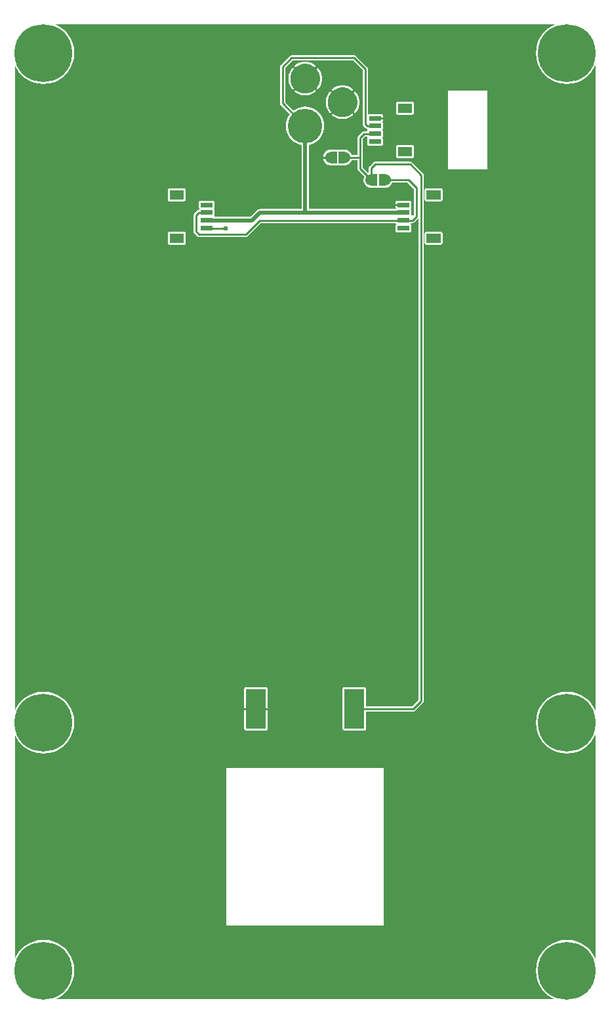
<source format=gbr>
G04 start of page 3 for group 1 idx 1 *
G04 Title: (unknown), bottom *
G04 Creator: pcb 4.0.2 *
G04 CreationDate: Wed Jun 16 02:35:33 2021 UTC *
G04 For: railfan *
G04 Format: Gerber/RS-274X *
G04 PCB-Dimensions (mil): 3000.00 5000.00 *
G04 PCB-Coordinate-Origin: lower left *
%MOIN*%
%FSLAX25Y25*%
%LNBOTTOM*%
%ADD32C,0.1250*%
%ADD31C,0.1100*%
%ADD30C,0.1285*%
%ADD29C,0.0120*%
%ADD28C,0.0240*%
%ADD27C,0.0600*%
%ADD26C,0.1750*%
%ADD25C,0.1500*%
%ADD24C,0.2937*%
%ADD23C,0.0100*%
%ADD22C,0.0200*%
%ADD21C,0.0001*%
G54D21*G36*
X157155Y472245D02*X157319Y471638D01*
X157435Y470988D01*
X157493Y470330D01*
Y469670D01*
X157435Y469012D01*
X157319Y468362D01*
X157155Y467755D01*
Y472245D01*
G37*
G36*
X169004Y426006D02*X169641Y426008D01*
X169900Y425988D01*
X170528Y426037D01*
X171140Y426184D01*
X171722Y426425D01*
X172258Y426754D01*
X172737Y427163D01*
X173146Y427642D01*
X173475Y428178D01*
X173691Y428700D01*
X176700D01*
Y424251D01*
X176696Y424200D01*
X176712Y423996D01*
X176712Y423996D01*
X176760Y423797D01*
X176838Y423608D01*
X176879Y423542D01*
X176945Y423434D01*
X176945Y423433D01*
X177078Y423278D01*
X177117Y423245D01*
X180100Y420261D01*
X179884Y419740D01*
X179737Y419128D01*
X179688Y418500D01*
X179737Y417872D01*
X179884Y417260D01*
X180125Y416678D01*
X180454Y416142D01*
X180863Y415663D01*
X181342Y415254D01*
X181878Y414925D01*
X182460Y414684D01*
X183072Y414537D01*
X183700Y414488D01*
X183863Y414500D01*
X186857Y414509D01*
X187010Y414546D01*
X187100Y414583D01*
X187190Y414546D01*
X187343Y414509D01*
X187500Y414500D01*
X190241Y414508D01*
X190500Y414488D01*
X191128Y414537D01*
X191740Y414684D01*
X192322Y414925D01*
X192858Y415254D01*
X193337Y415663D01*
X193746Y416142D01*
X194075Y416678D01*
X194291Y417200D01*
X201962D01*
X205200Y413962D01*
Y400538D01*
X205162Y400500D01*
X204010D01*
X204042Y400631D01*
X204051Y400788D01*
X204042Y403306D01*
X204005Y403459D01*
X203945Y403605D01*
X203863Y403739D01*
X203760Y403859D01*
X203669Y403937D01*
X203760Y404015D01*
X203863Y404135D01*
X203945Y404269D01*
X204005Y404415D01*
X204042Y404568D01*
X204051Y404725D01*
X204042Y407243D01*
X204005Y407396D01*
X203945Y407542D01*
X203863Y407676D01*
X203760Y407796D01*
X203641Y407898D01*
X203506Y407980D01*
X203361Y408040D01*
X203208Y408077D01*
X203051Y408087D01*
X196792Y408077D01*
X196639Y408040D01*
X196494Y407980D01*
X196359Y407898D01*
X196240Y407796D01*
X196137Y407676D01*
X196055Y407542D01*
X195995Y407396D01*
X195958Y407243D01*
X195949Y407087D01*
X195958Y404568D01*
X195995Y404415D01*
X196055Y404269D01*
X196137Y404135D01*
X196240Y404015D01*
X196331Y403937D01*
X196240Y403859D01*
X196163Y403769D01*
X169004D01*
Y426006D01*
G37*
G36*
X176155Y460245D02*X176319Y459638D01*
X176435Y458988D01*
X176493Y458330D01*
Y457670D01*
X176435Y457012D01*
X176319Y456362D01*
X176155Y455755D01*
Y460245D01*
G37*
G36*
X179200Y447051D02*X179196Y447000D01*
X179212Y446796D01*
X179212Y446796D01*
X179260Y446597D01*
X179338Y446408D01*
X179379Y446342D01*
X179445Y446234D01*
X179445Y446233D01*
X179578Y446078D01*
X179617Y446045D01*
X180576Y445085D01*
X180609Y445046D01*
X180765Y444914D01*
X180765Y444914D01*
X180873Y444847D01*
X180939Y444807D01*
X181129Y444728D01*
X181328Y444681D01*
X181328Y444681D01*
X181458Y444670D01*
X181458Y444631D01*
X181495Y444478D01*
X181555Y444332D01*
X181637Y444198D01*
X181740Y444078D01*
X181831Y444000D01*
X181740Y443922D01*
X181637Y443802D01*
X181555Y443668D01*
X181495Y443522D01*
X181458Y443369D01*
X181456Y443331D01*
X180082D01*
X180031Y443336D01*
X179828Y443319D01*
X179629Y443272D01*
X179439Y443193D01*
X179265Y443086D01*
X179265Y443086D01*
X179109Y442954D01*
X179076Y442915D01*
X177117Y440955D01*
X177078Y440922D01*
X176945Y440766D01*
X176838Y440592D01*
X176760Y440403D01*
X176712Y440204D01*
X176712Y440204D01*
X176696Y440000D01*
X176700Y439949D01*
Y431300D01*
X176155D01*
Y453396D01*
X176530Y454039D01*
X176849Y454716D01*
X177107Y455419D01*
X177303Y456142D01*
X177434Y456880D01*
X177500Y457626D01*
Y458374D01*
X177434Y459121D01*
X177303Y459858D01*
X177107Y460581D01*
X176849Y461284D01*
X176530Y461961D01*
X176155Y462604D01*
Y477507D01*
X179200Y474462D01*
Y447051D01*
G37*
G36*
X176155Y431300D02*X173691D01*
X173475Y431822D01*
X173146Y432358D01*
X172737Y432837D01*
X172258Y433246D01*
X171722Y433575D01*
X171140Y433816D01*
X170528Y433963D01*
X169900Y434012D01*
X169737Y434000D01*
X169004Y433997D01*
Y449500D01*
X169374D01*
X170120Y449566D01*
X170858Y449697D01*
X171581Y449893D01*
X172284Y450151D01*
X172961Y450470D01*
X173608Y450848D01*
X174219Y451281D01*
X174279Y451334D01*
X174328Y451396D01*
X174368Y451466D01*
X174396Y451540D01*
X174412Y451619D01*
X174416Y451698D01*
X174407Y451778D01*
X174386Y451855D01*
X174353Y451927D01*
X174309Y451994D01*
X174256Y452053D01*
X174193Y452103D01*
X174124Y452143D01*
X174049Y452171D01*
X173971Y452187D01*
X173891Y452191D01*
X173812Y452182D01*
X173735Y452161D01*
X173662Y452128D01*
X173596Y452083D01*
X173062Y451695D01*
X172492Y451362D01*
X171895Y451081D01*
X171275Y450853D01*
X170638Y450681D01*
X169988Y450565D01*
X169330Y450507D01*
X169004D01*
Y465493D01*
X169330D01*
X169988Y465435D01*
X170638Y465319D01*
X171275Y465147D01*
X171895Y464919D01*
X172492Y464638D01*
X173062Y464305D01*
X173601Y463923D01*
X173666Y463879D01*
X173737Y463846D01*
X173813Y463825D01*
X173891Y463817D01*
X173970Y463820D01*
X174047Y463836D01*
X174121Y463864D01*
X174189Y463903D01*
X174251Y463952D01*
X174304Y464010D01*
X174347Y464076D01*
X174379Y464148D01*
X174400Y464224D01*
X174409Y464302D01*
X174405Y464381D01*
X174389Y464458D01*
X174361Y464531D01*
X174322Y464600D01*
X174273Y464661D01*
X174214Y464713D01*
X173608Y465152D01*
X172961Y465530D01*
X172284Y465849D01*
X171581Y466107D01*
X170858Y466303D01*
X170120Y466434D01*
X169374Y466500D01*
X169004D01*
Y479200D01*
X174462D01*
X176155Y477507D01*
Y462604D01*
X176152Y462608D01*
X175719Y463219D01*
X175666Y463279D01*
X175604Y463328D01*
X175534Y463368D01*
X175460Y463396D01*
X175381Y463412D01*
X175302Y463416D01*
X175222Y463407D01*
X175145Y463386D01*
X175073Y463353D01*
X175006Y463309D01*
X174947Y463256D01*
X174897Y463193D01*
X174857Y463124D01*
X174829Y463049D01*
X174813Y462971D01*
X174809Y462891D01*
X174818Y462812D01*
X174839Y462735D01*
X174872Y462662D01*
X174917Y462596D01*
X175305Y462062D01*
X175638Y461492D01*
X175919Y460895D01*
X176147Y460275D01*
X176155Y460245D01*
Y455755D01*
X176147Y455725D01*
X175919Y455105D01*
X175638Y454508D01*
X175305Y453938D01*
X174923Y453399D01*
X174879Y453334D01*
X174846Y453263D01*
X174825Y453187D01*
X174817Y453109D01*
X174820Y453030D01*
X174836Y452953D01*
X174864Y452879D01*
X174903Y452811D01*
X174952Y452749D01*
X175010Y452696D01*
X175076Y452653D01*
X175148Y452621D01*
X175224Y452600D01*
X175302Y452591D01*
X175381Y452595D01*
X175458Y452611D01*
X175531Y452639D01*
X175600Y452678D01*
X175661Y452727D01*
X175713Y452786D01*
X176152Y453392D01*
X176155Y453396D01*
Y431300D01*
G37*
G36*
X161845Y426190D02*X161860Y426184D01*
X162472Y426037D01*
X163100Y425988D01*
X163263Y426000D01*
X166257Y426009D01*
X166410Y426046D01*
X166500Y426083D01*
X166590Y426046D01*
X166743Y426009D01*
X166900Y426000D01*
X169004Y426006D01*
Y403769D01*
X161845D01*
Y426190D01*
G37*
G36*
X169004Y433997D02*X166743Y433991D01*
X166590Y433954D01*
X166500Y433917D01*
X166410Y433954D01*
X166257Y433991D01*
X166100Y434000D01*
X163359Y433992D01*
X163100Y434012D01*
X162472Y433963D01*
X161860Y433816D01*
X161845Y433810D01*
Y453396D01*
X161848Y453392D01*
X162281Y452781D01*
X162334Y452721D01*
X162396Y452672D01*
X162466Y452632D01*
X162540Y452604D01*
X162619Y452588D01*
X162698Y452584D01*
X162778Y452593D01*
X162855Y452614D01*
X162927Y452647D01*
X162994Y452691D01*
X163053Y452744D01*
X163103Y452807D01*
X163143Y452876D01*
X163171Y452951D01*
X163187Y453029D01*
X163191Y453109D01*
X163182Y453188D01*
X163161Y453265D01*
X163128Y453338D01*
X163083Y453404D01*
X162695Y453938D01*
X162362Y454508D01*
X162081Y455105D01*
X161853Y455725D01*
X161845Y455755D01*
Y460245D01*
X161853Y460275D01*
X162081Y460895D01*
X162362Y461492D01*
X162695Y462062D01*
X163077Y462601D01*
X163121Y462666D01*
X163154Y462737D01*
X163175Y462813D01*
X163183Y462891D01*
X163180Y462970D01*
X163164Y463047D01*
X163136Y463121D01*
X163097Y463189D01*
X163048Y463251D01*
X162990Y463304D01*
X162924Y463347D01*
X162852Y463379D01*
X162776Y463400D01*
X162698Y463409D01*
X162619Y463405D01*
X162542Y463389D01*
X162469Y463361D01*
X162400Y463322D01*
X162339Y463273D01*
X162287Y463214D01*
X161848Y462608D01*
X161845Y462604D01*
Y479200D01*
X169004D01*
Y466500D01*
X168626D01*
X167879Y466434D01*
X167142Y466303D01*
X166419Y466107D01*
X165716Y465849D01*
X165039Y465530D01*
X164392Y465152D01*
X163781Y464719D01*
X163721Y464666D01*
X163672Y464604D01*
X163632Y464534D01*
X163604Y464460D01*
X163588Y464381D01*
X163584Y464302D01*
X163593Y464222D01*
X163614Y464145D01*
X163647Y464073D01*
X163691Y464006D01*
X163744Y463947D01*
X163807Y463897D01*
X163876Y463857D01*
X163951Y463829D01*
X164029Y463813D01*
X164109Y463809D01*
X164188Y463818D01*
X164265Y463839D01*
X164338Y463872D01*
X164404Y463917D01*
X164938Y464305D01*
X165508Y464638D01*
X166105Y464919D01*
X166725Y465147D01*
X167362Y465319D01*
X168012Y465435D01*
X168670Y465493D01*
X169004D01*
Y450507D01*
X168670D01*
X168012Y450565D01*
X167362Y450681D01*
X166725Y450853D01*
X166105Y451081D01*
X165508Y451362D01*
X164938Y451695D01*
X164399Y452077D01*
X164334Y452121D01*
X164263Y452154D01*
X164187Y452175D01*
X164109Y452183D01*
X164030Y452180D01*
X163953Y452164D01*
X163879Y452136D01*
X163811Y452097D01*
X163749Y452048D01*
X163696Y451990D01*
X163653Y451924D01*
X163621Y451852D01*
X163600Y451776D01*
X163591Y451698D01*
X163595Y451619D01*
X163611Y451542D01*
X163639Y451469D01*
X163678Y451400D01*
X163727Y451339D01*
X163786Y451287D01*
X164392Y450848D01*
X165039Y450470D01*
X165716Y450151D01*
X166419Y449893D01*
X167142Y449697D01*
X167879Y449566D01*
X168626Y449500D01*
X169004D01*
Y433997D01*
G37*
G36*
X161845Y455755D02*X161681Y456362D01*
X161565Y457012D01*
X161507Y457670D01*
Y458330D01*
X161565Y458988D01*
X161681Y459638D01*
X161845Y460245D01*
Y455755D01*
G37*
G36*
Y433810D02*X161278Y433575D01*
X160742Y433246D01*
X160263Y432837D01*
X159854Y432358D01*
X159525Y431822D01*
X159284Y431240D01*
X159137Y430628D01*
X159088Y430000D01*
X159137Y429372D01*
X159284Y428760D01*
X159525Y428178D01*
X159854Y427642D01*
X160263Y427163D01*
X160742Y426754D01*
X161278Y426425D01*
X161845Y426190D01*
Y403769D01*
X157155D01*
Y439364D01*
X157912Y440251D01*
X158714Y441560D01*
X159301Y442978D01*
X159660Y444470D01*
X159750Y446000D01*
X159660Y447530D01*
X159301Y449022D01*
X158714Y450440D01*
X157912Y451749D01*
X157155Y452636D01*
Y465396D01*
X157530Y466039D01*
X157849Y466716D01*
X158107Y467419D01*
X158303Y468142D01*
X158434Y468880D01*
X158500Y469626D01*
Y470374D01*
X158434Y471121D01*
X158303Y471858D01*
X158107Y472581D01*
X157849Y473284D01*
X157530Y473961D01*
X157155Y474604D01*
Y479200D01*
X161845D01*
Y462604D01*
X161470Y461961D01*
X161151Y461284D01*
X160893Y460581D01*
X160697Y459858D01*
X160566Y459121D01*
X160500Y458374D01*
Y457626D01*
X160566Y456880D01*
X160697Y456142D01*
X160893Y455419D01*
X161151Y454716D01*
X161470Y454039D01*
X161845Y453396D01*
Y433810D01*
G37*
G36*
X157155Y452636D02*X156916Y452916D01*
X155749Y453912D01*
X154440Y454714D01*
X153022Y455301D01*
X151530Y455660D01*
X150004Y455780D01*
Y461500D01*
X150374D01*
X151120Y461566D01*
X151858Y461697D01*
X152581Y461893D01*
X153284Y462151D01*
X153961Y462470D01*
X154608Y462848D01*
X155219Y463281D01*
X155279Y463334D01*
X155328Y463396D01*
X155368Y463466D01*
X155396Y463540D01*
X155412Y463619D01*
X155416Y463698D01*
X155407Y463778D01*
X155386Y463855D01*
X155353Y463927D01*
X155309Y463994D01*
X155256Y464053D01*
X155193Y464103D01*
X155124Y464143D01*
X155049Y464171D01*
X154971Y464187D01*
X154891Y464191D01*
X154812Y464182D01*
X154735Y464161D01*
X154662Y464128D01*
X154596Y464083D01*
X154062Y463695D01*
X153492Y463362D01*
X152895Y463081D01*
X152275Y462853D01*
X151638Y462681D01*
X150988Y462565D01*
X150330Y462507D01*
X150004D01*
Y477493D01*
X150330D01*
X150988Y477435D01*
X151638Y477319D01*
X152275Y477147D01*
X152895Y476919D01*
X153492Y476638D01*
X154062Y476305D01*
X154601Y475923D01*
X154666Y475879D01*
X154737Y475846D01*
X154813Y475825D01*
X154891Y475817D01*
X154970Y475820D01*
X155047Y475836D01*
X155121Y475864D01*
X155189Y475903D01*
X155251Y475952D01*
X155304Y476010D01*
X155347Y476076D01*
X155379Y476148D01*
X155400Y476224D01*
X155409Y476302D01*
X155405Y476381D01*
X155389Y476458D01*
X155361Y476531D01*
X155322Y476600D01*
X155273Y476661D01*
X155214Y476713D01*
X154608Y477152D01*
X153961Y477530D01*
X153284Y477849D01*
X152581Y478107D01*
X151858Y478303D01*
X151120Y478434D01*
X150374Y478500D01*
X150004D01*
Y479200D01*
X157155D01*
Y474604D01*
X157152Y474608D01*
X156719Y475219D01*
X156666Y475279D01*
X156604Y475328D01*
X156534Y475368D01*
X156460Y475396D01*
X156381Y475412D01*
X156302Y475416D01*
X156222Y475407D01*
X156145Y475386D01*
X156073Y475353D01*
X156006Y475309D01*
X155947Y475256D01*
X155897Y475193D01*
X155857Y475124D01*
X155829Y475049D01*
X155813Y474971D01*
X155809Y474891D01*
X155818Y474812D01*
X155839Y474735D01*
X155872Y474662D01*
X155917Y474596D01*
X156305Y474062D01*
X156638Y473492D01*
X156919Y472895D01*
X157147Y472275D01*
X157155Y472245D01*
Y467755D01*
X157147Y467725D01*
X156919Y467105D01*
X156638Y466508D01*
X156305Y465938D01*
X155923Y465399D01*
X155879Y465334D01*
X155846Y465263D01*
X155825Y465187D01*
X155817Y465109D01*
X155820Y465030D01*
X155836Y464953D01*
X155864Y464879D01*
X155903Y464811D01*
X155952Y464749D01*
X156010Y464696D01*
X156076Y464653D01*
X156148Y464621D01*
X156224Y464600D01*
X156302Y464591D01*
X156381Y464595D01*
X156458Y464611D01*
X156531Y464639D01*
X156600Y464678D01*
X156661Y464727D01*
X156713Y464786D01*
X157152Y465392D01*
X157155Y465396D01*
Y452636D01*
G37*
G36*
Y403769D02*X151800D01*
Y436405D01*
X153022Y436699D01*
X154440Y437286D01*
X155749Y438088D01*
X156916Y439084D01*
X157155Y439364D01*
Y403769D01*
G37*
G36*
X150004Y455780D02*X150000Y455780D01*
X148470Y455660D01*
X146978Y455301D01*
X145560Y454714D01*
X144251Y453912D01*
X144076Y453762D01*
X142845Y454993D01*
Y465396D01*
X142848Y465392D01*
X143281Y464781D01*
X143334Y464721D01*
X143396Y464672D01*
X143466Y464632D01*
X143540Y464604D01*
X143619Y464588D01*
X143698Y464584D01*
X143778Y464593D01*
X143855Y464614D01*
X143927Y464647D01*
X143994Y464691D01*
X144053Y464744D01*
X144103Y464807D01*
X144143Y464876D01*
X144171Y464951D01*
X144187Y465029D01*
X144191Y465109D01*
X144182Y465188D01*
X144161Y465265D01*
X144128Y465338D01*
X144083Y465404D01*
X143695Y465938D01*
X143362Y466508D01*
X143081Y467105D01*
X142853Y467725D01*
X142845Y467755D01*
Y472245D01*
X142853Y472275D01*
X143081Y472895D01*
X143362Y473492D01*
X143695Y474062D01*
X144077Y474601D01*
X144121Y474666D01*
X144154Y474737D01*
X144175Y474813D01*
X144183Y474891D01*
X144180Y474970D01*
X144164Y475047D01*
X144136Y475121D01*
X144097Y475189D01*
X144048Y475251D01*
X143990Y475304D01*
X143924Y475347D01*
X143852Y475379D01*
X143776Y475400D01*
X143698Y475409D01*
X143619Y475405D01*
X143542Y475389D01*
X143469Y475361D01*
X143400Y475322D01*
X143339Y475273D01*
X143287Y475214D01*
X142848Y474608D01*
X142845Y474604D01*
Y478507D01*
X143538Y479200D01*
X150004D01*
Y478500D01*
X149626D01*
X148879Y478434D01*
X148142Y478303D01*
X147419Y478107D01*
X146716Y477849D01*
X146039Y477530D01*
X145392Y477152D01*
X144781Y476719D01*
X144721Y476666D01*
X144672Y476604D01*
X144632Y476534D01*
X144604Y476460D01*
X144588Y476381D01*
X144584Y476302D01*
X144593Y476222D01*
X144614Y476145D01*
X144647Y476073D01*
X144691Y476006D01*
X144744Y475947D01*
X144807Y475897D01*
X144876Y475857D01*
X144951Y475829D01*
X145029Y475813D01*
X145109Y475809D01*
X145188Y475818D01*
X145265Y475839D01*
X145338Y475872D01*
X145404Y475917D01*
X145938Y476305D01*
X146508Y476638D01*
X147105Y476919D01*
X147725Y477147D01*
X148362Y477319D01*
X149012Y477435D01*
X149670Y477493D01*
X150004D01*
Y462507D01*
X149670D01*
X149012Y462565D01*
X148362Y462681D01*
X147725Y462853D01*
X147105Y463081D01*
X146508Y463362D01*
X145938Y463695D01*
X145399Y464077D01*
X145334Y464121D01*
X145263Y464154D01*
X145187Y464175D01*
X145109Y464183D01*
X145030Y464180D01*
X144953Y464164D01*
X144879Y464136D01*
X144811Y464097D01*
X144749Y464048D01*
X144696Y463990D01*
X144653Y463924D01*
X144621Y463852D01*
X144600Y463776D01*
X144591Y463698D01*
X144595Y463619D01*
X144611Y463542D01*
X144639Y463469D01*
X144678Y463400D01*
X144727Y463339D01*
X144786Y463287D01*
X145392Y462848D01*
X146039Y462470D01*
X146716Y462151D01*
X147419Y461893D01*
X148142Y461697D01*
X148879Y461566D01*
X149626Y461500D01*
X150004D01*
Y455780D01*
G37*
G36*
X142845Y467755D02*X142681Y468362D01*
X142565Y469012D01*
X142507Y469670D01*
Y470330D01*
X142565Y470988D01*
X142681Y471638D01*
X142845Y472245D01*
Y467755D01*
G37*
G36*
Y454993D02*X139800Y458038D01*
Y475462D01*
X142845Y478507D01*
Y474604D01*
X142470Y473961D01*
X142151Y473284D01*
X141893Y472581D01*
X141697Y471858D01*
X141566Y471121D01*
X141500Y470374D01*
Y469626D01*
X141566Y468880D01*
X141697Y468142D01*
X141893Y467419D01*
X142151Y466716D01*
X142470Y466039D01*
X142845Y465396D01*
Y454993D01*
G37*
G36*
X200756Y391919D02*X203208Y391923D01*
X203361Y391960D01*
X203506Y392020D01*
X203641Y392102D01*
X203760Y392204D01*
X203863Y392324D01*
X203945Y392458D01*
X204005Y392604D01*
X204042Y392757D01*
X204051Y392913D01*
X204042Y395432D01*
X204005Y395585D01*
X203945Y395731D01*
X203863Y395865D01*
X203760Y395985D01*
X203669Y396063D01*
X203760Y396141D01*
X203863Y396261D01*
X203945Y396395D01*
X204005Y396541D01*
X204042Y396694D01*
X204044Y396731D01*
X204481D01*
X204531Y396727D01*
X204735Y396744D01*
X204735Y396744D01*
X204934Y396791D01*
X205124Y396870D01*
X205298Y396977D01*
X205454Y397109D01*
X205487Y397148D01*
X207383Y399045D01*
X207422Y399078D01*
X207555Y399233D01*
X207555Y399234D01*
X207662Y399408D01*
X207700Y399500D01*
Y154538D01*
X204462Y151300D01*
X200756D01*
Y391919D01*
G37*
G36*
X297500Y477022D02*Y148978D01*
X297018Y150142D01*
X295728Y152247D01*
X294124Y154124D01*
X292247Y155728D01*
X290142Y157018D01*
X287862Y157962D01*
X285461Y158539D01*
X283000Y158732D01*
X280539Y158539D01*
X278138Y157962D01*
X275858Y157018D01*
X273753Y155728D01*
X271876Y154124D01*
X270272Y152247D01*
X268982Y150142D01*
X268038Y147862D01*
X267461Y145461D01*
X267268Y143000D01*
X267461Y140539D01*
X268038Y138138D01*
X268982Y135858D01*
X270272Y133753D01*
X271876Y131876D01*
X273753Y130272D01*
X275858Y128982D01*
X278138Y128038D01*
X280539Y127461D01*
X283000Y127268D01*
X285461Y127461D01*
X287862Y128038D01*
X290142Y128982D01*
X292247Y130272D01*
X294124Y131876D01*
X295728Y133753D01*
X297018Y135858D01*
X297500Y137022D01*
Y22978D01*
X297018Y24142D01*
X295728Y26247D01*
X294124Y28124D01*
X292247Y29728D01*
X290142Y31018D01*
X287862Y31962D01*
X285461Y32539D01*
X283000Y32732D01*
X280539Y32539D01*
X278138Y31962D01*
X275858Y31018D01*
X273753Y29728D01*
X271876Y28124D01*
X270272Y26247D01*
X268982Y24142D01*
X268038Y21862D01*
X267461Y19461D01*
X267268Y17000D01*
X267461Y14539D01*
X268038Y12138D01*
X268982Y9858D01*
X270272Y7753D01*
X271876Y5876D01*
X273753Y4272D01*
X275858Y2982D01*
X277022Y2500D01*
X232500D01*
Y424000D01*
X242500D01*
Y464000D01*
X232500D01*
Y497500D01*
X277022D01*
X275858Y497018D01*
X273753Y495728D01*
X271876Y494124D01*
X270272Y492247D01*
X268982Y490142D01*
X268038Y487862D01*
X267461Y485461D01*
X267268Y483000D01*
X267461Y480539D01*
X268038Y478138D01*
X268982Y475858D01*
X270272Y473753D01*
X271876Y471876D01*
X273753Y470272D01*
X275858Y468982D01*
X278138Y468038D01*
X280539Y467461D01*
X283000Y467268D01*
X285461Y467461D01*
X287862Y468038D01*
X290142Y468982D01*
X292247Y470272D01*
X294124Y471876D01*
X295728Y473753D01*
X297018Y475858D01*
X297500Y477022D01*
G37*
G36*
X232500Y2500D02*X215256D01*
Y385619D01*
X218956Y385624D01*
X219109Y385660D01*
X219254Y385721D01*
X219389Y385803D01*
X219508Y385905D01*
X219611Y386025D01*
X219693Y386159D01*
X219753Y386304D01*
X219790Y386457D01*
X219799Y386614D01*
X219790Y391495D01*
X219753Y391648D01*
X219693Y391794D01*
X219611Y391928D01*
X219508Y392048D01*
X219389Y392150D01*
X219254Y392232D01*
X219109Y392292D01*
X218956Y392329D01*
X218799Y392338D01*
X215256Y392334D01*
Y407666D01*
X218956Y407671D01*
X219109Y407708D01*
X219254Y407768D01*
X219389Y407850D01*
X219508Y407952D01*
X219611Y408072D01*
X219693Y408206D01*
X219753Y408352D01*
X219790Y408505D01*
X219799Y408662D01*
X219790Y413543D01*
X219753Y413696D01*
X219693Y413841D01*
X219611Y413975D01*
X219508Y414095D01*
X219389Y414197D01*
X219254Y414279D01*
X219109Y414340D01*
X218956Y414376D01*
X218799Y414386D01*
X215256Y414381D01*
Y497500D01*
X232500D01*
Y464000D01*
X222500D01*
Y424000D01*
X232500D01*
Y2500D01*
G37*
G36*
X215256D02*X200756D01*
Y148700D01*
X204949D01*
X205000Y148696D01*
X205204Y148712D01*
X205204Y148712D01*
X205403Y148760D01*
X205592Y148838D01*
X205766Y148945D01*
X205922Y149078D01*
X205955Y149117D01*
X209883Y153045D01*
X209922Y153078D01*
X210055Y153233D01*
X210055Y153234D01*
X210162Y153408D01*
X210240Y153597D01*
X210288Y153796D01*
X210304Y154000D01*
X210300Y154051D01*
Y420949D01*
X210304Y421000D01*
X210288Y421204D01*
X210288Y421204D01*
X210252Y421355D01*
X210240Y421403D01*
X210208Y421481D01*
X210162Y421592D01*
X210120Y421660D01*
X210055Y421766D01*
X210055Y421767D01*
X209922Y421922D01*
X209883Y421955D01*
X204455Y427383D01*
X204422Y427422D01*
X204267Y427555D01*
X204266Y427555D01*
X204160Y427620D01*
X204092Y427662D01*
X203981Y427708D01*
X203903Y427740D01*
X203855Y427752D01*
X203704Y427788D01*
X203704Y427788D01*
X203500Y427804D01*
X203449Y427800D01*
X200756D01*
Y429619D01*
X204456Y429624D01*
X204609Y429660D01*
X204754Y429721D01*
X204889Y429803D01*
X205008Y429905D01*
X205111Y430025D01*
X205193Y430159D01*
X205253Y430304D01*
X205290Y430457D01*
X205299Y430614D01*
X205290Y435495D01*
X205253Y435648D01*
X205193Y435794D01*
X205111Y435928D01*
X205008Y436048D01*
X204889Y436150D01*
X204754Y436232D01*
X204609Y436292D01*
X204456Y436329D01*
X204299Y436338D01*
X200756Y436334D01*
Y451666D01*
X204456Y451671D01*
X204609Y451708D01*
X204754Y451768D01*
X204889Y451850D01*
X205008Y451952D01*
X205111Y452072D01*
X205193Y452206D01*
X205253Y452352D01*
X205290Y452505D01*
X205299Y452662D01*
X205290Y457543D01*
X205253Y457696D01*
X205193Y457841D01*
X205111Y457975D01*
X205008Y458095D01*
X204889Y458197D01*
X204754Y458279D01*
X204609Y458340D01*
X204456Y458376D01*
X204299Y458386D01*
X200756Y458381D01*
Y497500D01*
X215256D01*
Y414381D01*
X211556Y414376D01*
X211403Y414340D01*
X211257Y414279D01*
X211123Y414197D01*
X211004Y414095D01*
X210901Y413975D01*
X210819Y413841D01*
X210759Y413696D01*
X210722Y413543D01*
X210713Y413386D01*
X210722Y408505D01*
X210759Y408352D01*
X210819Y408206D01*
X210901Y408072D01*
X211004Y407952D01*
X211123Y407850D01*
X211257Y407768D01*
X211403Y407708D01*
X211556Y407671D01*
X211713Y407662D01*
X215256Y407666D01*
Y392334D01*
X211556Y392329D01*
X211403Y392292D01*
X211257Y392232D01*
X211123Y392150D01*
X211004Y392048D01*
X210901Y391928D01*
X210819Y391794D01*
X210759Y391648D01*
X210722Y391495D01*
X210713Y391338D01*
X210722Y386457D01*
X210759Y386304D01*
X210819Y386159D01*
X210901Y386025D01*
X211004Y385905D01*
X211123Y385803D01*
X211257Y385721D01*
X211403Y385660D01*
X211556Y385624D01*
X211713Y385614D01*
X215256Y385619D01*
Y2500D01*
G37*
G36*
X200756Y427800D02*X185551D01*
X185500Y427804D01*
X185296Y427788D01*
X185097Y427740D01*
X184908Y427662D01*
X184734Y427555D01*
X184733Y427555D01*
X184578Y427422D01*
X184545Y427383D01*
X182817Y425655D01*
X182778Y425622D01*
X182645Y425466D01*
X182538Y425292D01*
X182460Y425103D01*
X182412Y424904D01*
X182412Y424904D01*
X182396Y424700D01*
X182400Y424649D01*
Y422291D01*
X181939Y422100D01*
X179300Y424738D01*
Y429949D01*
X179304Y430000D01*
X179300Y430051D01*
Y439462D01*
X180570Y440731D01*
X181458D01*
X181458Y440694D01*
X181495Y440541D01*
X181555Y440395D01*
X181637Y440261D01*
X181740Y440141D01*
X181831Y440063D01*
X181740Y439985D01*
X181637Y439865D01*
X181555Y439731D01*
X181495Y439585D01*
X181458Y439432D01*
X181449Y439275D01*
X181458Y436757D01*
X181495Y436604D01*
X181555Y436458D01*
X181637Y436324D01*
X181740Y436204D01*
X181859Y436102D01*
X181994Y436020D01*
X182139Y435960D01*
X182292Y435923D01*
X182449Y435913D01*
X188708Y435923D01*
X188861Y435960D01*
X189006Y436020D01*
X189141Y436102D01*
X189260Y436204D01*
X189363Y436324D01*
X189445Y436458D01*
X189505Y436604D01*
X189542Y436757D01*
X189551Y436913D01*
X189542Y439432D01*
X189505Y439585D01*
X189445Y439731D01*
X189363Y439865D01*
X189260Y439985D01*
X189169Y440063D01*
X189260Y440141D01*
X189363Y440261D01*
X189445Y440395D01*
X189505Y440541D01*
X189542Y440694D01*
X189551Y440850D01*
X189542Y443369D01*
X189505Y443522D01*
X189445Y443668D01*
X189363Y443802D01*
X189260Y443922D01*
X189169Y444000D01*
X189260Y444078D01*
X189363Y444198D01*
X189445Y444332D01*
X189505Y444478D01*
X189542Y444631D01*
X189551Y444788D01*
X189542Y447306D01*
X189505Y447459D01*
X189445Y447605D01*
X189363Y447739D01*
X189260Y447859D01*
X189169Y447937D01*
X189260Y448015D01*
X189363Y448135D01*
X189445Y448269D01*
X189505Y448415D01*
X189542Y448568D01*
X189551Y448725D01*
X189542Y451243D01*
X189505Y451396D01*
X189445Y451542D01*
X189363Y451676D01*
X189260Y451796D01*
X189141Y451898D01*
X189006Y451980D01*
X188861Y452040D01*
X188708Y452077D01*
X188551Y452087D01*
X182292Y452077D01*
X182139Y452040D01*
X181994Y451980D01*
X181859Y451898D01*
X181800Y451847D01*
Y474949D01*
X181804Y475000D01*
X181788Y475204D01*
X181788Y475204D01*
X181752Y475355D01*
X181740Y475403D01*
X181708Y475481D01*
X181662Y475592D01*
X181620Y475660D01*
X181555Y475766D01*
X181555Y475767D01*
X181422Y475922D01*
X181383Y475955D01*
X175955Y481383D01*
X175922Y481422D01*
X175767Y481555D01*
X175766Y481555D01*
X175660Y481620D01*
X175592Y481662D01*
X175481Y481708D01*
X175403Y481740D01*
X175355Y481752D01*
X175204Y481788D01*
X175204Y481788D01*
X175000Y481804D01*
X174949Y481800D01*
X143051D01*
X143000Y481804D01*
X142796Y481788D01*
X142597Y481740D01*
X142408Y481662D01*
X142234Y481555D01*
X142233Y481555D01*
X142078Y481422D01*
X142045Y481383D01*
X137617Y476955D01*
X137578Y476922D01*
X137445Y476766D01*
X137338Y476592D01*
X137260Y476403D01*
X137212Y476204D01*
X137212Y476204D01*
X137196Y476000D01*
X137200Y475949D01*
Y457551D01*
X137196Y457500D01*
X137212Y457296D01*
X137212Y457296D01*
X137260Y457097D01*
X137338Y456908D01*
X137379Y456842D01*
X137445Y456734D01*
X137445Y456733D01*
X137578Y456578D01*
X137617Y456545D01*
X142238Y451924D01*
X142088Y451749D01*
X141286Y450440D01*
X140699Y449022D01*
X140340Y447530D01*
X140220Y446000D01*
X140340Y444470D01*
X140699Y442978D01*
X141286Y441560D01*
X142088Y440251D01*
X143084Y439084D01*
X144251Y438088D01*
X145560Y437286D01*
X146978Y436699D01*
X148200Y436405D01*
Y403769D01*
X127039D01*
X126969Y403774D01*
X126686Y403752D01*
X126411Y403686D01*
X126149Y403577D01*
X125907Y403429D01*
X125907Y403429D01*
X125692Y403245D01*
X125646Y403191D01*
X125000Y402546D01*
Y497500D01*
X200756D01*
Y458381D01*
X197056Y458376D01*
X196903Y458340D01*
X196757Y458279D01*
X196623Y458197D01*
X196504Y458095D01*
X196401Y457975D01*
X196319Y457841D01*
X196259Y457696D01*
X196222Y457543D01*
X196213Y457386D01*
X196222Y452505D01*
X196259Y452352D01*
X196319Y452206D01*
X196401Y452072D01*
X196504Y451952D01*
X196623Y451850D01*
X196757Y451768D01*
X196903Y451708D01*
X197056Y451671D01*
X197213Y451662D01*
X200756Y451666D01*
Y436334D01*
X197056Y436329D01*
X196903Y436292D01*
X196757Y436232D01*
X196623Y436150D01*
X196504Y436048D01*
X196401Y435928D01*
X196319Y435794D01*
X196259Y435648D01*
X196222Y435495D01*
X196213Y435338D01*
X196222Y430457D01*
X196259Y430304D01*
X196319Y430159D01*
X196401Y430025D01*
X196504Y429905D01*
X196623Y429803D01*
X196757Y429721D01*
X196903Y429660D01*
X197056Y429624D01*
X197213Y429614D01*
X200756Y429619D01*
Y427800D01*
G37*
G36*
Y2500D02*X125000D01*
Y40000D01*
X190000D01*
Y120000D01*
X125000D01*
Y139005D01*
X130157Y139009D01*
X130310Y139046D01*
X130455Y139106D01*
X130590Y139188D01*
X130709Y139291D01*
X130812Y139410D01*
X130894Y139545D01*
X130954Y139690D01*
X130991Y139843D01*
X131000Y140000D01*
X130991Y160157D01*
X130954Y160310D01*
X130894Y160455D01*
X130812Y160590D01*
X130709Y160709D01*
X130590Y160812D01*
X130455Y160894D01*
X130310Y160954D01*
X130157Y160991D01*
X130000Y161000D01*
X125000Y160995D01*
Y394162D01*
X127570Y396731D01*
X195958D01*
X195958Y396694D01*
X195995Y396541D01*
X196055Y396395D01*
X196137Y396261D01*
X196240Y396141D01*
X196331Y396063D01*
X196240Y395985D01*
X196137Y395865D01*
X196055Y395731D01*
X195995Y395585D01*
X195958Y395432D01*
X195949Y395275D01*
X195958Y392757D01*
X195995Y392604D01*
X196055Y392458D01*
X196137Y392324D01*
X196240Y392204D01*
X196359Y392102D01*
X196494Y392020D01*
X196639Y391960D01*
X196792Y391923D01*
X196949Y391913D01*
X200756Y391919D01*
Y151300D01*
X180995D01*
X180991Y160157D01*
X180954Y160310D01*
X180894Y160455D01*
X180812Y160590D01*
X180709Y160709D01*
X180590Y160812D01*
X180455Y160894D01*
X180310Y160954D01*
X180157Y160991D01*
X180000Y161000D01*
X169843Y160991D01*
X169690Y160954D01*
X169545Y160894D01*
X169410Y160812D01*
X169291Y160709D01*
X169188Y160590D01*
X169106Y160455D01*
X169046Y160310D01*
X169009Y160157D01*
X169000Y160000D01*
X169009Y139843D01*
X169046Y139690D01*
X169106Y139545D01*
X169188Y139410D01*
X169291Y139291D01*
X169410Y139188D01*
X169545Y139106D01*
X169690Y139046D01*
X169843Y139009D01*
X170000Y139000D01*
X180157Y139009D01*
X180310Y139046D01*
X180455Y139106D01*
X180590Y139188D01*
X180709Y139291D01*
X180812Y139410D01*
X180894Y139545D01*
X180954Y139690D01*
X180991Y139843D01*
X181000Y140000D01*
X180996Y148700D01*
X200756D01*
Y2500D01*
G37*
G36*
X125000D02*X84744D01*
Y385619D01*
X88444Y385624D01*
X88597Y385660D01*
X88743Y385721D01*
X88877Y385803D01*
X88996Y385905D01*
X89099Y386025D01*
X89181Y386159D01*
X89241Y386304D01*
X89278Y386457D01*
X89287Y386614D01*
X89278Y391495D01*
X89241Y391648D01*
X89181Y391794D01*
X89099Y391928D01*
X88996Y392048D01*
X88877Y392150D01*
X88743Y392232D01*
X88597Y392292D01*
X88444Y392329D01*
X88287Y392338D01*
X84744Y392334D01*
Y407666D01*
X88444Y407671D01*
X88597Y407708D01*
X88743Y407768D01*
X88877Y407850D01*
X88996Y407952D01*
X89099Y408072D01*
X89181Y408206D01*
X89241Y408352D01*
X89278Y408505D01*
X89287Y408662D01*
X89278Y413543D01*
X89241Y413696D01*
X89181Y413841D01*
X89099Y413975D01*
X88996Y414095D01*
X88877Y414197D01*
X88743Y414279D01*
X88597Y414340D01*
X88444Y414376D01*
X88287Y414386D01*
X84744Y414381D01*
Y497500D01*
X125000D01*
Y402546D01*
X122286Y399831D01*
X103837D01*
X103760Y399922D01*
X103669Y400000D01*
X103760Y400078D01*
X103863Y400198D01*
X103945Y400332D01*
X104005Y400478D01*
X104042Y400631D01*
X104051Y400788D01*
X104042Y403306D01*
X104005Y403459D01*
X103945Y403605D01*
X103863Y403739D01*
X103760Y403859D01*
X103669Y403937D01*
X103760Y404015D01*
X103863Y404135D01*
X103945Y404269D01*
X104005Y404415D01*
X104042Y404568D01*
X104051Y404725D01*
X104042Y407243D01*
X104005Y407396D01*
X103945Y407542D01*
X103863Y407676D01*
X103760Y407796D01*
X103641Y407898D01*
X103506Y407980D01*
X103361Y408040D01*
X103208Y408077D01*
X103051Y408087D01*
X96792Y408077D01*
X96639Y408040D01*
X96494Y407980D01*
X96359Y407898D01*
X96240Y407796D01*
X96137Y407676D01*
X96055Y407542D01*
X95995Y407396D01*
X95958Y407243D01*
X95949Y407087D01*
X95958Y404568D01*
X95995Y404415D01*
X96055Y404269D01*
X96137Y404135D01*
X96240Y404015D01*
X96331Y403937D01*
X96240Y403859D01*
X96137Y403739D01*
X96055Y403605D01*
X95995Y403459D01*
X95958Y403306D01*
X95956Y403272D01*
X95765Y403256D01*
X95566Y403209D01*
X95376Y403130D01*
X95202Y403023D01*
X95202Y403023D01*
X95046Y402891D01*
X95013Y402852D01*
X93617Y401455D01*
X93578Y401422D01*
X93445Y401266D01*
X93338Y401092D01*
X93260Y400903D01*
X93212Y400704D01*
X93212Y400704D01*
X93196Y400500D01*
X93200Y400449D01*
Y392551D01*
X93196Y392500D01*
X93212Y392296D01*
X93212Y392296D01*
X93260Y392097D01*
X93338Y391908D01*
X93379Y391842D01*
X93445Y391734D01*
X93445Y391733D01*
X93578Y391578D01*
X93617Y391545D01*
X95045Y390117D01*
X95078Y390078D01*
X95233Y389945D01*
X95234Y389945D01*
X95342Y389879D01*
X95408Y389838D01*
X95597Y389760D01*
X95796Y389712D01*
X95796Y389712D01*
X96000Y389696D01*
X96051Y389700D01*
X119949D01*
X120000Y389696D01*
X120204Y389712D01*
X120204Y389712D01*
X120403Y389760D01*
X120592Y389838D01*
X120766Y389945D01*
X120922Y390078D01*
X120955Y390117D01*
X125000Y394162D01*
Y160995D01*
X119843Y160991D01*
X119690Y160954D01*
X119545Y160894D01*
X119410Y160812D01*
X119291Y160709D01*
X119188Y160590D01*
X119106Y160455D01*
X119046Y160310D01*
X119009Y160157D01*
X119000Y160000D01*
X119009Y139843D01*
X119046Y139690D01*
X119106Y139545D01*
X119188Y139410D01*
X119291Y139291D01*
X119410Y139188D01*
X119545Y139106D01*
X119690Y139046D01*
X119843Y139009D01*
X120000Y139000D01*
X125000Y139005D01*
Y120000D01*
X110000D01*
Y40000D01*
X125000D01*
Y2500D01*
G37*
G36*
X84744D02*X22978D01*
X24142Y2982D01*
X26247Y4272D01*
X28124Y5876D01*
X29728Y7753D01*
X31018Y9858D01*
X31962Y12138D01*
X32539Y14539D01*
X32684Y17000D01*
X32539Y19461D01*
X31962Y21862D01*
X31018Y24142D01*
X29728Y26247D01*
X28124Y28124D01*
X26247Y29728D01*
X24142Y31018D01*
X21862Y31962D01*
X19461Y32539D01*
X17000Y32732D01*
X14539Y32539D01*
X12138Y31962D01*
X9858Y31018D01*
X7753Y29728D01*
X5876Y28124D01*
X4272Y26247D01*
X2982Y24142D01*
X2500Y22978D01*
Y137022D01*
X2982Y135858D01*
X4272Y133753D01*
X5876Y131876D01*
X7753Y130272D01*
X9858Y128982D01*
X12138Y128038D01*
X14539Y127461D01*
X17000Y127268D01*
X19461Y127461D01*
X21862Y128038D01*
X24142Y128982D01*
X26247Y130272D01*
X28124Y131876D01*
X29728Y133753D01*
X31018Y135858D01*
X31962Y138138D01*
X32539Y140539D01*
X32684Y143000D01*
X32539Y145461D01*
X31962Y147862D01*
X31018Y150142D01*
X29728Y152247D01*
X28124Y154124D01*
X26247Y155728D01*
X24142Y157018D01*
X21862Y157962D01*
X19461Y158539D01*
X17000Y158732D01*
X14539Y158539D01*
X12138Y157962D01*
X9858Y157018D01*
X7753Y155728D01*
X5876Y154124D01*
X4272Y152247D01*
X2982Y150142D01*
X2500Y148978D01*
Y477022D01*
X2982Y475858D01*
X4272Y473753D01*
X5876Y471876D01*
X7753Y470272D01*
X9858Y468982D01*
X12138Y468038D01*
X14539Y467461D01*
X17000Y467268D01*
X19461Y467461D01*
X21862Y468038D01*
X24142Y468982D01*
X26247Y470272D01*
X28124Y471876D01*
X29728Y473753D01*
X31018Y475858D01*
X31962Y478138D01*
X32539Y480539D01*
X32684Y483000D01*
X32539Y485461D01*
X31962Y487862D01*
X31018Y490142D01*
X29728Y492247D01*
X28124Y494124D01*
X26247Y495728D01*
X24142Y497018D01*
X22978Y497500D01*
X84744D01*
Y414381D01*
X81044Y414376D01*
X80891Y414340D01*
X80746Y414279D01*
X80611Y414197D01*
X80492Y414095D01*
X80389Y413975D01*
X80307Y413841D01*
X80247Y413696D01*
X80210Y413543D01*
X80201Y413386D01*
X80210Y408505D01*
X80247Y408352D01*
X80307Y408206D01*
X80389Y408072D01*
X80492Y407952D01*
X80611Y407850D01*
X80746Y407768D01*
X80891Y407708D01*
X81044Y407671D01*
X81201Y407662D01*
X84744Y407666D01*
Y392334D01*
X81044Y392329D01*
X80891Y392292D01*
X80746Y392232D01*
X80611Y392150D01*
X80492Y392048D01*
X80389Y391928D01*
X80307Y391794D01*
X80247Y391648D01*
X80210Y391495D01*
X80201Y391338D01*
X80210Y386457D01*
X80247Y386304D01*
X80307Y386159D01*
X80389Y386025D01*
X80492Y385905D01*
X80611Y385803D01*
X80746Y385721D01*
X80891Y385660D01*
X81044Y385624D01*
X81201Y385614D01*
X84744Y385619D01*
Y2500D01*
G37*
G54D22*X126969Y401969D02*X123031Y398031D01*
X100000D01*
G54D23*X127031D02*X120000Y391000D01*
X100000Y394094D02*X109500D01*
X96000Y391000D02*X94500Y392500D01*
Y400500D01*
X95969Y401969D01*
X100000D01*
X120000Y391000D02*X96000D01*
G54D22*X200000Y401969D02*X126969D01*
G54D23*X204531Y398031D02*X127031D01*
X206500Y414500D02*Y400000D01*
X209000Y421000D02*Y154000D01*
X205000Y150000D01*
X175000D01*
X135500D02*X112500D01*
X163100Y430000D02*X154500D01*
X169900D02*X178000D01*
G54D22*X150000Y446000D02*Y401969D01*
G54D23*X143000Y480500D02*X138500Y476000D01*
X173600Y472000D02*X164000D01*
X143000Y480500D02*X175000D01*
X180500Y475000D01*
X138500Y476000D02*Y457500D01*
X150000Y446000D01*
X200000Y405906D02*X191500D01*
X190500Y418500D02*X202500D01*
X206500Y414500D01*
X203500Y426500D02*X209000Y421000D01*
X206500Y400000D02*X204531Y398031D01*
X178000Y424200D02*X183700Y418500D01*
Y424700D01*
X185500Y426500D01*
X203500D01*
X185500Y445969D02*X181531D01*
X180500Y447000D01*
X185500Y442031D02*X180031D01*
X185500Y449906D02*X193500D01*
X180031Y442031D02*X178000Y440000D01*
Y424200D01*
X180500Y447000D02*Y475000D01*
G54D24*X283000Y483000D03*
X17000Y17000D03*
X283000D03*
Y143000D03*
G54D25*X150000Y470000D03*
X169000Y458000D03*
G54D24*X17000Y483000D03*
Y143000D03*
G54D26*X150000Y446000D03*
G54D21*G36*
X196949Y407087D02*Y404725D01*
X203051D01*
Y407087D01*
X196949D01*
G37*
G36*
Y403150D02*Y400788D01*
X203051D01*
Y403150D01*
X196949D01*
G37*
G36*
Y399212D02*Y396850D01*
X203051D01*
Y399212D01*
X196949D01*
G37*
G36*
Y395275D02*Y392913D01*
X203051D01*
Y395275D01*
X196949D01*
G37*
G36*
X211713Y413386D02*Y408662D01*
X218799D01*
Y413386D01*
X211713D01*
G37*
G36*
Y391338D02*Y386614D01*
X218799D01*
Y391338D01*
X211713D01*
G37*
G54D27*X183700Y418500D03*
G54D21*G36*
X186700Y421500D02*X183700D01*
Y415500D01*
X186700D01*
Y421500D01*
G37*
G54D27*X163100Y430000D03*
G54D21*G36*
X166100Y433000D02*X163100D01*
Y427000D01*
X166100D01*
Y433000D01*
G37*
G54D27*X169900Y430000D03*
G54D21*G36*
Y433000D02*X166900D01*
Y427000D01*
X169900D01*
Y433000D01*
G37*
G54D27*X190500Y418500D03*
G54D21*G36*
Y421500D02*X187500D01*
Y415500D01*
X190500D01*
Y421500D01*
G37*
G36*
X180000Y160000D02*X170000D01*
Y140000D01*
X180000D01*
Y160000D01*
G37*
G36*
X182449Y451087D02*Y448725D01*
X188551D01*
Y451087D01*
X182449D01*
G37*
G36*
X197213Y457386D02*Y452662D01*
X204299D01*
Y457386D01*
X197213D01*
G37*
G36*
X182449Y447150D02*Y444788D01*
X188551D01*
Y447150D01*
X182449D01*
G37*
G36*
Y443212D02*Y440850D01*
X188551D01*
Y443212D01*
X182449D01*
G37*
G36*
Y439275D02*Y436913D01*
X188551D01*
Y439275D01*
X182449D01*
G37*
G36*
X197213Y435338D02*Y430614D01*
X204299D01*
Y435338D01*
X197213D01*
G37*
G36*
X96949Y395275D02*Y392913D01*
X103051D01*
Y395275D01*
X96949D01*
G37*
G36*
Y399212D02*Y396850D01*
X103051D01*
Y399212D01*
X96949D01*
G37*
G36*
Y403150D02*Y400788D01*
X103051D01*
Y403150D01*
X96949D01*
G37*
G36*
Y407087D02*Y404725D01*
X103051D01*
Y407087D01*
X96949D01*
G37*
G36*
X81201Y391338D02*Y386614D01*
X88287D01*
Y391338D01*
X81201D01*
G37*
G36*
Y413386D02*Y408662D01*
X88287D01*
Y413386D01*
X81201D01*
G37*
G36*
X130000Y160000D02*X120000D01*
Y140000D01*
X130000D01*
Y160000D01*
G37*
G54D28*X109500Y394094D03*
X156000Y458500D03*
X137000Y482000D03*
G54D29*G54D30*G54D31*G54D30*G54D32*M02*

</source>
